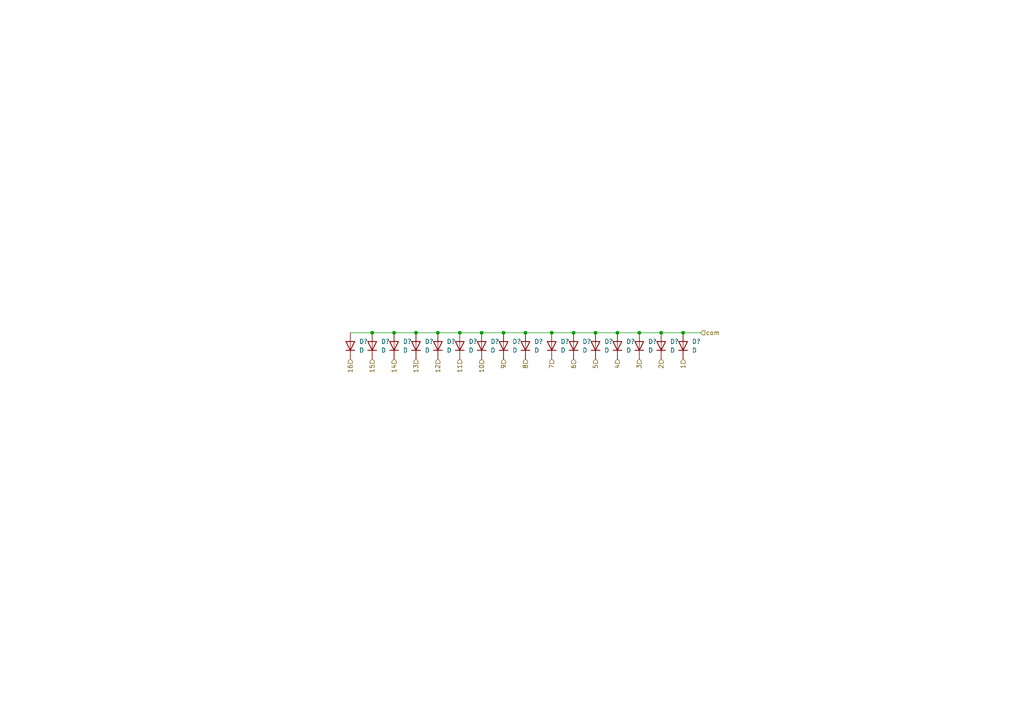
<source format=kicad_sch>
(kicad_sch (version 20230121) (generator eeschema)
  (paper "A4")
  (lib_symbols
    (symbol "Device:D" (pin_numbers hide) (pin_names (offset 1.016) hide)
      (property "Reference" "D" (at 0 2.54 0))
      (property "Value" "D" (at 0 -2.54 0))
      (symbol "D_0_1"
        (polyline (pts (xy -1.27 1.27) (xy -1.27 -1.27)) (stroke (width 0.254)))
        (polyline (pts (xy 1.27 0) (xy -1.27 0)))
        (polyline (pts (xy 1.27 1.27) (xy 1.27 -1.27) (xy -1.27 0) (xy 1.27 1.27)) (stroke (width 0.254)))
      )
      (symbol "D_1_1"
        (pin passive line (at -3.81 0 0) (length 2.54) (name "K") (number "1"))
        (pin passive line (at 3.81 0 180) (length 2.54) (name "A") (number "2"))
      )
    )
  )
  (junction (at 127 96.52))
  (junction (at 107.95 96.52))
  (junction (at 120.65 96.52))
  (junction (at 179.07 96.52))
  (junction (at 191.77 96.52))
  (junction (at 146.05 96.52))
  (junction (at 114.3 96.52))
  (junction (at 172.72 96.52))
  (junction (at 133.35 96.52))
  (junction (at 160.02 96.52))
  (junction (at 198.12 96.52))
  (junction (at 166.37 96.52))
  (junction (at 139.7 96.52))
  (junction (at 185.42 96.52))
  (junction (at 152.4 96.52))
  (wire (pts (xy 185.42 96.52) (xy 191.77 96.52)))
  (wire (pts (xy 191.77 96.52) (xy 198.12 96.52)))
  (wire (pts (xy 139.7 96.52) (xy 146.05 96.52)))
  (wire (pts (xy 101.6 96.52) (xy 107.95 96.52)))
  (wire (pts (xy 160.02 96.52) (xy 166.37 96.52)))
  (wire (pts (xy 127 96.52) (xy 133.35 96.52)))
  (wire (pts (xy 146.05 96.52) (xy 152.4 96.52)))
  (wire (pts (xy 166.37 96.52) (xy 172.72 96.52)))
  (wire (pts (xy 107.95 96.52) (xy 114.3 96.52)))
  (wire (pts (xy 120.65 96.52) (xy 127 96.52)))
  (wire (pts (xy 198.12 96.52) (xy 203.2 96.52)))
  (wire (pts (xy 152.4 96.52) (xy 160.02 96.52)))
  (wire (pts (xy 114.3 96.52) (xy 120.65 96.52)))
  (wire (pts (xy 172.72 96.52) (xy 179.07 96.52)))
  (wire (pts (xy 133.35 96.52) (xy 139.7 96.52)))
  (wire (pts (xy 179.07 96.52) (xy 185.42 96.52)))
  (hierarchical_label "com" (shape input) (at 203.2 96.52 0))
  (hierarchical_label "15" (shape input) (at 107.95 104.14 270))
  (hierarchical_label "4" (shape input) (at 179.07 104.14 270))
  (hierarchical_label "7" (shape input) (at 160.02 104.14 270))
  (hierarchical_label "1" (shape input) (at 198.12 104.14 270))
  (hierarchical_label "11" (shape input) (at 133.35 104.14 270))
  (hierarchical_label "5" (shape input) (at 172.72 104.14 270))
  (hierarchical_label "6" (shape input) (at 166.37 104.14 270))
  (hierarchical_label "9" (shape input) (at 146.05 104.14 270))
  (hierarchical_label "2" (shape input) (at 191.77 104.14 270))
  (hierarchical_label "16" (shape input) (at 101.6 104.14 270))
  (hierarchical_label "10" (shape input) (at 139.7 104.14 270))
  (hierarchical_label "13" (shape input) (at 120.65 104.14 270))
  (hierarchical_label "8" (shape input) (at 152.4 104.14 270))
  (hierarchical_label "3" (shape input) (at 185.42 104.14 270))
  (hierarchical_label "12" (shape input) (at 127 104.14 270))
  (hierarchical_label "14" (shape input) (at 114.3 104.14 270))
  (symbol (lib_id "Device:D") (at 160.02 100.33 90) (unit 1)
    (property "Reference" "D?" (at 162.56 99.06 90) (effects (justify right)))
    (property "Value" "D" (at 162.56 101.6 90) (effects (justify right)))
    (property "Footprint" "Diode_THT:D_A-405_P2.54mm_Vertical_AnodeUp" (effects hide))
    (property "Sim.Device" "D" (effects hide))
    (property "Sim.Pins" "1=K 2=A" (effects hide))
    (instances (project "FY_entry" (path "" (reference "D?") (unit 1)) (path "" (reference "D2110") (unit 1)) (path "" (reference "D1910") (unit 1)) (path "" (reference "D2210") (unit 1)) (path "" (reference "D2310") (unit 1)) (path "" (reference "D2410") (unit 1)) (path "" (reference "D2510") (unit 1)) (path "" (reference "D2610") (unit 1)) (path "" (reference "D2710") (unit 1))))
  )
  (symbol (lib_id "Device:D") (at 120.65 100.33 90) (unit 1)
    (property "Reference" "D?" (at 123.19 99.06 90) (effects (justify right)))
    (property "Value" "D" (at 123.19 101.6 90) (effects (justify right)))
    (property "Footprint" "Diode_THT:D_A-405_P2.54mm_Vertical_AnodeUp" (effects hide))
    (property "Sim.Device" "D" (effects hide))
    (property "Sim.Pins" "1=K 2=A" (effects hide))
    (instances (project "FY_entry" (path "" (reference "D?") (unit 1)) (path "" (reference "D2104") (unit 1)) (path "" (reference "D1904") (unit 1)) (path "" (reference "D2204") (unit 1)) (path "" (reference "D2304") (unit 1)) (path "" (reference "D2404") (unit 1)) (path "" (reference "D2504") (unit 1)) (path "" (reference "D2604") (unit 1)) (path "" (reference "D2704") (unit 1))))
  )
  (symbol (lib_id "Device:D") (at 152.4 100.33 90) (unit 1)
    (property "Reference" "D?" (at 154.94 99.06 90) (effects (justify right)))
    (property "Value" "D" (at 154.94 101.6 90) (effects (justify right)))
    (property "Footprint" "Diode_THT:D_A-405_P2.54mm_Vertical_AnodeUp" (effects hide))
    (property "Sim.Device" "D" (effects hide))
    (property "Sim.Pins" "1=K 2=A" (effects hide))
    (instances (project "FY_entry" (path "" (reference "D?") (unit 1)) (path "" (reference "D2109") (unit 1)) (path "" (reference "D1909") (unit 1)) (path "" (reference "D2209") (unit 1)) (path "" (reference "D2309") (unit 1)) (path "" (reference "D2409") (unit 1)) (path "" (reference "D2509") (unit 1)) (path "" (reference "D2609") (unit 1)) (path "" (reference "D2709") (unit 1))))
  )
  (symbol (lib_id "Device:D") (at 172.72 100.33 90) (unit 1)
    (property "Reference" "D?" (at 175.26 99.06 90) (effects (justify right)))
    (property "Value" "D" (at 175.26 101.6 90) (effects (justify right)))
    (property "Footprint" "Diode_THT:D_A-405_P2.54mm_Vertical_AnodeUp" (effects hide))
    (property "Sim.Device" "D" (effects hide))
    (property "Sim.Pins" "1=K 2=A" (effects hide))
    (instances (project "FY_entry" (path "" (reference "D?") (unit 1)) (path "" (reference "D2112") (unit 1)) (path "" (reference "D1912") (unit 1)) (path "" (reference "D2212") (unit 1)) (path "" (reference "D2312") (unit 1)) (path "" (reference "D2412") (unit 1)) (path "" (reference "D2512") (unit 1)) (path "" (reference "D2612") (unit 1)) (path "" (reference "D2712") (unit 1))))
  )
  (symbol (lib_id "Device:D") (at 191.77 100.33 90) (unit 1)
    (property "Reference" "D?" (at 194.31 99.06 90) (effects (justify right)))
    (property "Value" "D" (at 194.31 101.6 90) (effects (justify right)))
    (property "Footprint" "Diode_THT:D_A-405_P2.54mm_Vertical_AnodeUp" (effects hide))
    (property "Sim.Device" "D" (effects hide))
    (property "Sim.Pins" "1=K 2=A" (effects hide))
    (instances (project "FY_entry" (path "" (reference "D?") (unit 1)) (path "" (reference "D2115") (unit 1)) (path "" (reference "D1915") (unit 1)) (path "" (reference "D2215") (unit 1)) (path "" (reference "D2315") (unit 1)) (path "" (reference "D2415") (unit 1)) (path "" (reference "D2515") (unit 1)) (path "" (reference "D2615") (unit 1)) (path "" (reference "D2715") (unit 1))))
  )
  (symbol (lib_id "Device:D") (at 139.7 100.33 90) (unit 1)
    (property "Reference" "D?" (at 142.24 99.06 90) (effects (justify right)))
    (property "Value" "D" (at 142.24 101.6 90) (effects (justify right)))
    (property "Footprint" "Diode_THT:D_A-405_P2.54mm_Vertical_AnodeUp" (effects hide))
    (property "Sim.Device" "D" (effects hide))
    (property "Sim.Pins" "1=K 2=A" (effects hide))
    (instances (project "FY_entry" (path "" (reference "D?") (unit 1)) (path "" (reference "D2107") (unit 1)) (path "" (reference "D1907") (unit 1)) (path "" (reference "D2207") (unit 1)) (path "" (reference "D2307") (unit 1)) (path "" (reference "D2407") (unit 1)) (path "" (reference "D2507") (unit 1)) (path "" (reference "D2607") (unit 1)) (path "" (reference "D2707") (unit 1))))
  )
  (symbol (lib_id "Device:D") (at 179.07 100.33 90) (unit 1)
    (property "Reference" "D?" (at 181.61 99.06 90) (effects (justify right)))
    (property "Value" "D" (at 181.61 101.6 90) (effects (justify right)))
    (property "Footprint" "Diode_THT:D_A-405_P2.54mm_Vertical_AnodeUp" (effects hide))
    (property "Sim.Device" "D" (effects hide))
    (property "Sim.Pins" "1=K 2=A" (effects hide))
    (instances (project "FY_entry" (path "" (reference "D?") (unit 1)) (path "" (reference "D2113") (unit 1)) (path "" (reference "D1913") (unit 1)) (path "" (reference "D2213") (unit 1)) (path "" (reference "D2313") (unit 1)) (path "" (reference "D2413") (unit 1)) (path "" (reference "D2513") (unit 1)) (path "" (reference "D2613") (unit 1)) (path "" (reference "D2713") (unit 1))))
  )
  (symbol (lib_id "Device:D") (at 107.95 100.33 90) (unit 1)
    (property "Reference" "D?" (at 110.49 99.06 90) (effects (justify right)))
    (property "Value" "D" (at 110.49 101.6 90) (effects (justify right)))
    (property "Footprint" "Diode_THT:D_A-405_P2.54mm_Vertical_AnodeUp" (effects hide))
    (property "Sim.Device" "D" (effects hide))
    (property "Sim.Pins" "1=K 2=A" (effects hide))
    (instances (project "FY_entry" (path "" (reference "D?") (unit 1)) (path "" (reference "D2102") (unit 1)) (path "" (reference "D1902") (unit 1)) (path "" (reference "D2202") (unit 1)) (path "" (reference "D2302") (unit 1)) (path "" (reference "D2402") (unit 1)) (path "" (reference "D2502") (unit 1)) (path "" (reference "D2602") (unit 1)) (path "" (reference "D2702") (unit 1))))
  )
  (symbol (lib_id "Device:D") (at 127 100.33 90) (unit 1)
    (property "Reference" "D?" (at 129.54 99.06 90) (effects (justify right)))
    (property "Value" "D" (at 129.54 101.6 90) (effects (justify right)))
    (property "Footprint" "Diode_THT:D_A-405_P2.54mm_Vertical_AnodeUp" (effects hide))
    (property "Sim.Device" "D" (effects hide))
    (property "Sim.Pins" "1=K 2=A" (effects hide))
    (instances (project "FY_entry" (path "" (reference "D?") (unit 1)) (path "" (reference "D2105") (unit 1)) (path "" (reference "D1905") (unit 1)) (path "" (reference "D2205") (unit 1)) (path "" (reference "D2305") (unit 1)) (path "" (reference "D2405") (unit 1)) (path "" (reference "D2505") (unit 1)) (path "" (reference "D2605") (unit 1)) (path "" (reference "D2705") (unit 1))))
  )
  (symbol (lib_id "Device:D") (at 185.42 100.33 90) (unit 1)
    (property "Reference" "D?" (at 187.96 99.06 90) (effects (justify right)))
    (property "Value" "D" (at 187.96 101.6 90) (effects (justify right)))
    (property "Footprint" "Diode_THT:D_A-405_P2.54mm_Vertical_AnodeUp" (effects hide))
    (property "Sim.Device" "D" (effects hide))
    (property "Sim.Pins" "1=K 2=A" (effects hide))
    (instances (project "FY_entry" (path "" (reference "D?") (unit 1)) (path "" (reference "D2114") (unit 1)) (path "" (reference "D1914") (unit 1)) (path "" (reference "D2214") (unit 1)) (path "" (reference "D2314") (unit 1)) (path "" (reference "D2414") (unit 1)) (path "" (reference "D2514") (unit 1)) (path "" (reference "D2614") (unit 1)) (path "" (reference "D2714") (unit 1))))
  )
  (symbol (lib_id "Device:D") (at 114.3 100.33 90) (unit 1)
    (property "Reference" "D?" (at 116.84 99.06 90) (effects (justify right)))
    (property "Value" "D" (at 116.84 101.6 90) (effects (justify right)))
    (property "Footprint" "Diode_THT:D_A-405_P2.54mm_Vertical_AnodeUp" (effects hide))
    (property "Sim.Device" "D" (effects hide))
    (property "Sim.Pins" "1=K 2=A" (effects hide))
    (instances (project "FY_entry" (path "" (reference "D?") (unit 1)) (path "" (reference "D2103") (unit 1)) (path "" (reference "D1903") (unit 1)) (path "" (reference "D2203") (unit 1)) (path "" (reference "D2303") (unit 1)) (path "" (reference "D2403") (unit 1)) (path "" (reference "D2503") (unit 1)) (path "" (reference "D2603") (unit 1)) (path "" (reference "D2703") (unit 1))))
  )
  (symbol (lib_id "Device:D") (at 133.35 100.33 90) (unit 1)
    (property "Reference" "D?" (at 135.89 99.06 90) (effects (justify right)))
    (property "Value" "D" (at 135.89 101.6 90) (effects (justify right)))
    (property "Footprint" "Diode_THT:D_A-405_P2.54mm_Vertical_AnodeUp" (effects hide))
    (property "Sim.Device" "D" (effects hide))
    (property "Sim.Pins" "1=K 2=A" (effects hide))
    (instances (project "FY_entry" (path "" (reference "D?") (unit 1)) (path "" (reference "D2106") (unit 1)) (path "" (reference "D1906") (unit 1)) (path "" (reference "D2206") (unit 1)) (path "" (reference "D2306") (unit 1)) (path "" (reference "D2406") (unit 1)) (path "" (reference "D2506") (unit 1)) (path "" (reference "D2606") (unit 1)) (path "" (reference "D2706") (unit 1))))
  )
  (symbol (lib_id "Device:D") (at 166.37 100.33 90) (unit 1)
    (property "Reference" "D?" (at 168.91 99.06 90) (effects (justify right)))
    (property "Value" "D" (at 168.91 101.6 90) (effects (justify right)))
    (property "Footprint" "Diode_THT:D_A-405_P2.54mm_Vertical_AnodeUp" (effects hide))
    (property "Sim.Device" "D" (effects hide))
    (property "Sim.Pins" "1=K 2=A" (effects hide))
    (instances (project "FY_entry" (path "" (reference "D?") (unit 1)) (path "" (reference "D2111") (unit 1)) (path "" (reference "D1911") (unit 1)) (path "" (reference "D2211") (unit 1)) (path "" (reference "D2311") (unit 1)) (path "" (reference "D2411") (unit 1)) (path "" (reference "D2511") (unit 1)) (path "" (reference "D2611") (unit 1)) (path "" (reference "D2711") (unit 1))))
  )
  (symbol (lib_id "Device:D") (at 146.05 100.33 90) (unit 1)
    (property "Reference" "D?" (at 148.59 99.06 90) (effects (justify right)))
    (property "Value" "D" (at 148.59 101.6 90) (effects (justify right)))
    (property "Footprint" "Diode_THT:D_A-405_P2.54mm_Vertical_AnodeUp" (effects hide))
    (property "Sim.Device" "D" (effects hide))
    (property "Sim.Pins" "1=K 2=A" (effects hide))
    (instances (project "FY_entry" (path "" (reference "D?") (unit 1)) (path "" (reference "D2108") (unit 1)) (path "" (reference "D1908") (unit 1)) (path "" (reference "D2208") (unit 1)) (path "" (reference "D2308") (unit 1)) (path "" (reference "D2408") (unit 1)) (path "" (reference "D2508") (unit 1)) (path "" (reference "D2608") (unit 1)) (path "" (reference "D2708") (unit 1))))
  )
  (symbol (lib_id "Device:D") (at 198.12 100.33 90) (unit 1)
    (property "Reference" "D?" (at 200.66 99.06 90) (effects (justify right)))
    (property "Value" "D" (at 200.66 101.6 90) (effects (justify right)))
    (property "Footprint" "Diode_THT:D_A-405_P2.54mm_Vertical_AnodeUp" (effects hide))
    (property "Sim.Device" "D" (effects hide))
    (property "Sim.Pins" "1=K 2=A" (effects hide))
    (instances (project "FY_entry" (path "" (reference "D?") (unit 1)) (path "" (reference "D2116") (unit 1)) (path "" (reference "D1916") (unit 1)) (path "" (reference "D2216") (unit 1)) (path "" (reference "D2316") (unit 1)) (path "" (reference "D2416") (unit 1)) (path "" (reference "D2516") (unit 1)) (path "" (reference "D2616") (unit 1)) (path "" (reference "D2716") (unit 1))))
  )
  (symbol (lib_id "Device:D") (at 101.6 100.33 90) (unit 1)
    (property "Reference" "D?" (at 104.14 99.06 90) (effects (justify right)))
    (property "Value" "D" (at 104.14 101.6 90) (effects (justify right)))
    (property "Footprint" "Diode_THT:D_A-405_P2.54mm_Vertical_AnodeUp" (effects hide))
    (property "Sim.Device" "D" (effects hide))
    (property "Sim.Pins" "1=K 2=A" (effects hide))
    (instances (project "FY_entry" (path "" (reference "D?") (unit 1)) (path "" (reference "D2101") (unit 1)) (path "" (reference "D1901") (unit 1)) (path "" (reference "D2201") (unit 1)) (path "" (reference "D2301") (unit 1)) (path "" (reference "D2401") (unit 1)) (path "" (reference "D2501") (unit 1)) (path "" (reference "D2601") (unit 1)) (path "" (reference "D2701") (unit 1))))
  )
)
</source>
